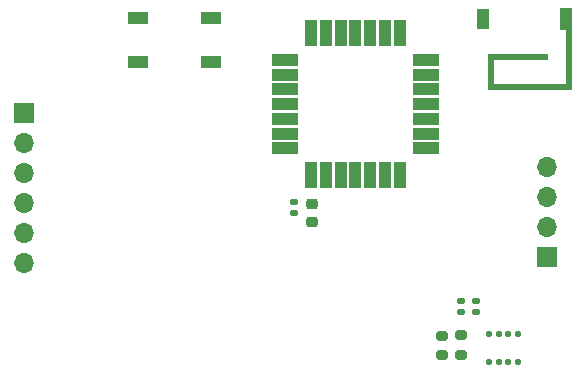
<source format=gts>
G04 #@! TF.GenerationSoftware,KiCad,Pcbnew,(6.0.1)*
G04 #@! TF.CreationDate,2022-09-21T11:39:00+02:00*
G04 #@! TF.ProjectId,LoRa-E5_BME680,4c6f5261-2d45-4355-9f42-4d453638302e,rev?*
G04 #@! TF.SameCoordinates,Original*
G04 #@! TF.FileFunction,Soldermask,Top*
G04 #@! TF.FilePolarity,Negative*
%FSLAX46Y46*%
G04 Gerber Fmt 4.6, Leading zero omitted, Abs format (unit mm)*
G04 Created by KiCad (PCBNEW (6.0.1)) date 2022-09-21 11:39:00*
%MOMM*%
%LPD*%
G01*
G04 APERTURE LIST*
G04 Aperture macros list*
%AMRoundRect*
0 Rectangle with rounded corners*
0 $1 Rounding radius*
0 $2 $3 $4 $5 $6 $7 $8 $9 X,Y pos of 4 corners*
0 Add a 4 corners polygon primitive as box body*
4,1,4,$2,$3,$4,$5,$6,$7,$8,$9,$2,$3,0*
0 Add four circle primitives for the rounded corners*
1,1,$1+$1,$2,$3*
1,1,$1+$1,$4,$5*
1,1,$1+$1,$6,$7*
1,1,$1+$1,$8,$9*
0 Add four rect primitives between the rounded corners*
20,1,$1+$1,$2,$3,$4,$5,0*
20,1,$1+$1,$4,$5,$6,$7,0*
20,1,$1+$1,$6,$7,$8,$9,0*
20,1,$1+$1,$8,$9,$2,$3,0*%
%AMFreePoly0*
4,1,13,0.500000,-6.000000,-6.600000,-6.000000,-6.600000,-3.000000,-1.500000,-3.000000,-1.500000,-3.500000,-6.100000,-3.500000,-6.100000,-5.500000,0.000000,-5.500000,0.000000,-0.900000,-0.500000,-0.900000,-0.500000,0.900000,0.500000,0.900000,0.500000,-6.000000,0.500000,-6.000000,$1*%
G04 Aperture macros list end*
%ADD10RoundRect,0.225000X-0.250000X0.225000X-0.250000X-0.225000X0.250000X-0.225000X0.250000X0.225000X0*%
%ADD11R,1.700000X1.700000*%
%ADD12O,1.700000X1.700000*%
%ADD13RoundRect,0.200000X0.275000X-0.200000X0.275000X0.200000X-0.275000X0.200000X-0.275000X-0.200000X0*%
%ADD14RoundRect,0.140000X-0.170000X0.140000X-0.170000X-0.140000X0.170000X-0.140000X0.170000X0.140000X0*%
%ADD15FreePoly0,0.000000*%
%ADD16R,1.000000X1.800000*%
%ADD17RoundRect,0.125000X0.125000X0.137500X-0.125000X0.137500X-0.125000X-0.137500X0.125000X-0.137500X0*%
%ADD18R,1.000000X2.300000*%
%ADD19R,2.300000X1.000000*%
%ADD20R,1.800000X1.100000*%
G04 APERTURE END LIST*
D10*
X112242000Y-95376000D03*
X112242000Y-96926000D03*
D11*
X87842000Y-87676000D03*
D12*
X87842000Y-90216000D03*
X87842000Y-92756000D03*
X87842000Y-95296000D03*
X87842000Y-97836000D03*
X87842000Y-100376000D03*
D13*
X124817000Y-108168500D03*
X124817000Y-106518500D03*
D14*
X110742000Y-95216000D03*
X110742000Y-96176000D03*
D15*
X133692000Y-79751000D03*
D16*
X126692000Y-79751000D03*
D17*
X129642000Y-108776000D03*
X128842000Y-108776000D03*
X128042000Y-108776000D03*
X127242000Y-108776000D03*
X127242000Y-106401000D03*
X128042000Y-106401000D03*
X128842000Y-106401000D03*
X129642000Y-106401000D03*
D18*
X112150000Y-92950000D03*
X113400000Y-92950000D03*
X114650000Y-92950000D03*
X115900000Y-92950000D03*
X117150000Y-92950000D03*
X118400000Y-92950000D03*
X119650000Y-92950000D03*
D19*
X121900000Y-90700000D03*
X121900000Y-89450000D03*
X121900000Y-88200000D03*
X121900000Y-86950000D03*
X121900000Y-85700000D03*
X121900000Y-84450000D03*
X121900000Y-83200000D03*
D18*
X119650000Y-80950000D03*
X118400000Y-80950000D03*
X117150000Y-80950000D03*
X115900000Y-80950000D03*
X114650000Y-80950000D03*
X113400000Y-80950000D03*
X112150000Y-80950000D03*
D19*
X109900000Y-83200000D03*
X109900000Y-84450000D03*
X109900000Y-85700000D03*
X109900000Y-86950000D03*
X109900000Y-88200000D03*
X109900000Y-89450000D03*
X109900000Y-90700000D03*
D13*
X123242000Y-108193500D03*
X123242000Y-106543500D03*
D14*
X126121000Y-103583500D03*
X126121000Y-104543500D03*
D20*
X97484000Y-79684000D03*
X103684000Y-79684000D03*
X97484000Y-83384000D03*
X103684000Y-83384000D03*
D14*
X124851000Y-103608500D03*
X124851000Y-104568500D03*
D11*
X132117000Y-99851000D03*
D12*
X132117000Y-97311000D03*
X132117000Y-94771000D03*
X132117000Y-92231000D03*
M02*

</source>
